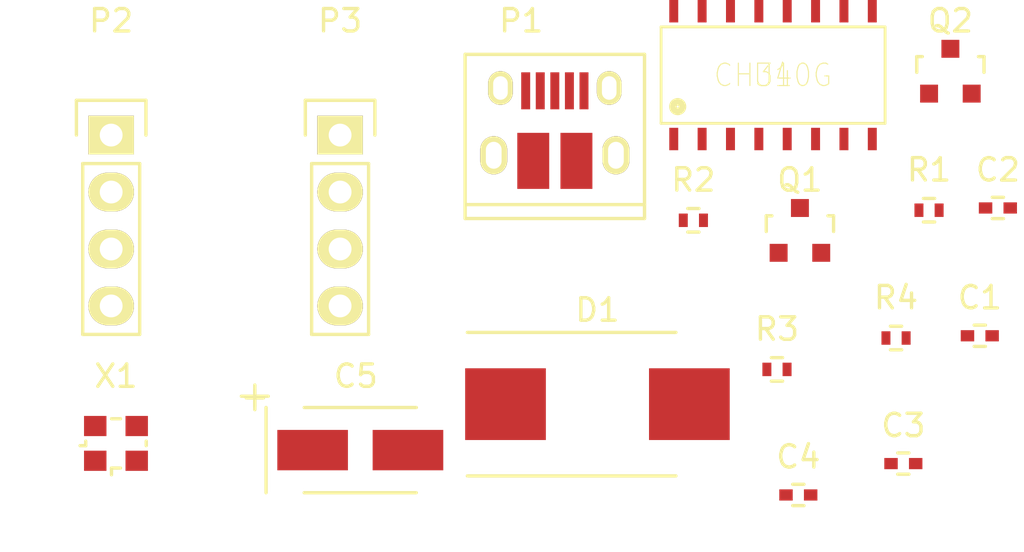
<source format=kicad_pcb>
(kicad_pcb (version 4) (host pcbnew 4.0.1-stable)

  (general
    (links 41)
    (no_connects 41)
    (area 0 0 0 0)
    (thickness 1.6)
    (drawings 0)
    (tracks 0)
    (zones 0)
    (modules 17)
    (nets 25)
  )

  (page A4)
  (layers
    (0 F.Cu signal)
    (31 B.Cu signal)
    (32 B.Adhes user)
    (33 F.Adhes user)
    (34 B.Paste user)
    (35 F.Paste user)
    (36 B.SilkS user)
    (37 F.SilkS user)
    (38 B.Mask user)
    (39 F.Mask user)
    (40 Dwgs.User user)
    (41 Cmts.User user)
    (42 Eco1.User user)
    (43 Eco2.User user)
    (44 Edge.Cuts user)
    (45 Margin user)
    (46 B.CrtYd user)
    (47 F.CrtYd user)
    (48 B.Fab user)
    (49 F.Fab user)
  )

  (setup
    (last_trace_width 0.25)
    (trace_clearance 0.2)
    (zone_clearance 0.508)
    (zone_45_only no)
    (trace_min 0.2)
    (segment_width 0.2)
    (edge_width 0.15)
    (via_size 0.6)
    (via_drill 0.4)
    (via_min_size 0.4)
    (via_min_drill 0.3)
    (uvia_size 0.3)
    (uvia_drill 0.1)
    (uvias_allowed no)
    (uvia_min_size 0.2)
    (uvia_min_drill 0.1)
    (pcb_text_width 0.3)
    (pcb_text_size 1.5 1.5)
    (mod_edge_width 0.15)
    (mod_text_size 1 1)
    (mod_text_width 0.15)
    (pad_size 1.524 1.524)
    (pad_drill 0.762)
    (pad_to_mask_clearance 0.2)
    (aux_axis_origin 0 0)
    (visible_elements FFFFFF7F)
    (pcbplotparams
      (layerselection 0x00030_80000001)
      (usegerberextensions false)
      (excludeedgelayer true)
      (linewidth 0.100000)
      (plotframeref false)
      (viasonmask false)
      (mode 1)
      (useauxorigin false)
      (hpglpennumber 1)
      (hpglpenspeed 20)
      (hpglpendiameter 15)
      (hpglpenoverlay 2)
      (psnegative false)
      (psa4output false)
      (plotreference true)
      (plotvalue true)
      (plotinvisibletext false)
      (padsonsilk false)
      (subtractmaskfromsilk false)
      (outputformat 1)
      (mirror false)
      (drillshape 0)
      (scaleselection 1)
      (outputdirectory ""))
  )

  (net 0 "")
  (net 1 "Net-(C1-Pad1)")
  (net 2 Earth)
  (net 3 "Net-(C2-Pad1)")
  (net 4 "Net-(C3-Pad1)")
  (net 5 +5V)
  (net 6 +5P)
  (net 7 D_NEG)
  (net 8 D_POS)
  (net 9 "Net-(P1-Pad4)")
  (net 10 TX)
  (net 11 RX)
  (net 12 RTS)
  (net 13 "Net-(Q1-Pad2)")
  (net 14 nRST)
  (net 15 DTR)
  (net 16 "Net-(Q2-Pad2)")
  (net 17 GPIO0)
  (net 18 "Net-(R1-Pad1)")
  (net 19 "Net-(R2-Pad1)")
  (net 20 "Net-(U1-Pad15)")
  (net 21 "Net-(U1-Pad12)")
  (net 22 "Net-(U1-Pad11)")
  (net 23 "Net-(U1-Pad10)")
  (net 24 "Net-(U1-Pad9)")

  (net_class Default "This is the default net class."
    (clearance 0.2)
    (trace_width 0.25)
    (via_dia 0.6)
    (via_drill 0.4)
    (uvia_dia 0.3)
    (uvia_drill 0.1)
    (add_net +5P)
    (add_net +5V)
    (add_net DTR)
    (add_net D_NEG)
    (add_net D_POS)
    (add_net Earth)
    (add_net GPIO0)
    (add_net "Net-(C1-Pad1)")
    (add_net "Net-(C2-Pad1)")
    (add_net "Net-(C3-Pad1)")
    (add_net "Net-(P1-Pad4)")
    (add_net "Net-(Q1-Pad2)")
    (add_net "Net-(Q2-Pad2)")
    (add_net "Net-(R1-Pad1)")
    (add_net "Net-(R2-Pad1)")
    (add_net "Net-(U1-Pad10)")
    (add_net "Net-(U1-Pad11)")
    (add_net "Net-(U1-Pad12)")
    (add_net "Net-(U1-Pad15)")
    (add_net "Net-(U1-Pad9)")
    (add_net RTS)
    (add_net RX)
    (add_net TX)
    (add_net nRST)
  )

  (module Capacitors_SMD:C_0402 (layer F.Cu) (tedit 5415D599) (tstamp 56EEE7CA)
    (at 208.440333 117.029)
    (descr "Capacitor SMD 0402, reflow soldering, AVX (see smccp.pdf)")
    (tags "capacitor 0402")
    (path /56EED55C)
    (attr smd)
    (fp_text reference C1 (at 0 -1.7) (layer F.SilkS)
      (effects (font (size 1 1) (thickness 0.15)))
    )
    (fp_text value 22pF (at 0 1.7) (layer F.Fab)
      (effects (font (size 1 1) (thickness 0.15)))
    )
    (fp_line (start -1.15 -0.6) (end 1.15 -0.6) (layer F.CrtYd) (width 0.05))
    (fp_line (start -1.15 0.6) (end 1.15 0.6) (layer F.CrtYd) (width 0.05))
    (fp_line (start -1.15 -0.6) (end -1.15 0.6) (layer F.CrtYd) (width 0.05))
    (fp_line (start 1.15 -0.6) (end 1.15 0.6) (layer F.CrtYd) (width 0.05))
    (fp_line (start 0.25 -0.475) (end -0.25 -0.475) (layer F.SilkS) (width 0.15))
    (fp_line (start -0.25 0.475) (end 0.25 0.475) (layer F.SilkS) (width 0.15))
    (pad 1 smd rect (at -0.55 0) (size 0.6 0.5) (layers F.Cu F.Paste F.Mask)
      (net 1 "Net-(C1-Pad1)"))
    (pad 2 smd rect (at 0.55 0) (size 0.6 0.5) (layers F.Cu F.Paste F.Mask)
      (net 2 Earth))
    (model Capacitors_SMD.3dshapes/C_0402.wrl
      (at (xyz 0 0 0))
      (scale (xyz 1 1 1))
      (rotate (xyz 0 0 0))
    )
  )

  (module Capacitors_SMD:C_0402 (layer F.Cu) (tedit 5415D599) (tstamp 56EEE7D0)
    (at 209.247001 111.329)
    (descr "Capacitor SMD 0402, reflow soldering, AVX (see smccp.pdf)")
    (tags "capacitor 0402")
    (path /56EEDAD8)
    (attr smd)
    (fp_text reference C2 (at 0 -1.7) (layer F.SilkS)
      (effects (font (size 1 1) (thickness 0.15)))
    )
    (fp_text value C (at 0 1.7) (layer F.Fab)
      (effects (font (size 1 1) (thickness 0.15)))
    )
    (fp_line (start -1.15 -0.6) (end 1.15 -0.6) (layer F.CrtYd) (width 0.05))
    (fp_line (start -1.15 0.6) (end 1.15 0.6) (layer F.CrtYd) (width 0.05))
    (fp_line (start -1.15 -0.6) (end -1.15 0.6) (layer F.CrtYd) (width 0.05))
    (fp_line (start 1.15 -0.6) (end 1.15 0.6) (layer F.CrtYd) (width 0.05))
    (fp_line (start 0.25 -0.475) (end -0.25 -0.475) (layer F.SilkS) (width 0.15))
    (fp_line (start -0.25 0.475) (end 0.25 0.475) (layer F.SilkS) (width 0.15))
    (pad 1 smd rect (at -0.55 0) (size 0.6 0.5) (layers F.Cu F.Paste F.Mask)
      (net 3 "Net-(C2-Pad1)"))
    (pad 2 smd rect (at 0.55 0) (size 0.6 0.5) (layers F.Cu F.Paste F.Mask)
      (net 2 Earth))
    (model Capacitors_SMD.3dshapes/C_0402.wrl
      (at (xyz 0 0 0))
      (scale (xyz 1 1 1))
      (rotate (xyz 0 0 0))
    )
  )

  (module Capacitors_SMD:C_0402 (layer F.Cu) (tedit 5415D599) (tstamp 56EEE7D6)
    (at 205.030333 122.729)
    (descr "Capacitor SMD 0402, reflow soldering, AVX (see smccp.pdf)")
    (tags "capacitor 0402")
    (path /56EED594)
    (attr smd)
    (fp_text reference C3 (at 0 -1.7) (layer F.SilkS)
      (effects (font (size 1 1) (thickness 0.15)))
    )
    (fp_text value 22pF (at 0 1.7) (layer F.Fab)
      (effects (font (size 1 1) (thickness 0.15)))
    )
    (fp_line (start -1.15 -0.6) (end 1.15 -0.6) (layer F.CrtYd) (width 0.05))
    (fp_line (start -1.15 0.6) (end 1.15 0.6) (layer F.CrtYd) (width 0.05))
    (fp_line (start -1.15 -0.6) (end -1.15 0.6) (layer F.CrtYd) (width 0.05))
    (fp_line (start 1.15 -0.6) (end 1.15 0.6) (layer F.CrtYd) (width 0.05))
    (fp_line (start 0.25 -0.475) (end -0.25 -0.475) (layer F.SilkS) (width 0.15))
    (fp_line (start -0.25 0.475) (end 0.25 0.475) (layer F.SilkS) (width 0.15))
    (pad 1 smd rect (at -0.55 0) (size 0.6 0.5) (layers F.Cu F.Paste F.Mask)
      (net 4 "Net-(C3-Pad1)"))
    (pad 2 smd rect (at 0.55 0) (size 0.6 0.5) (layers F.Cu F.Paste F.Mask)
      (net 2 Earth))
    (model Capacitors_SMD.3dshapes/C_0402.wrl
      (at (xyz 0 0 0))
      (scale (xyz 1 1 1))
      (rotate (xyz 0 0 0))
    )
  )

  (module Capacitors_SMD:C_0402 (layer F.Cu) (tedit 5415D599) (tstamp 56EEE7DC)
    (at 200.346524 124.129)
    (descr "Capacitor SMD 0402, reflow soldering, AVX (see smccp.pdf)")
    (tags "capacitor 0402")
    (path /56EED906)
    (attr smd)
    (fp_text reference C4 (at 0 -1.7) (layer F.SilkS)
      (effects (font (size 1 1) (thickness 0.15)))
    )
    (fp_text value 100nF (at 0 1.7) (layer F.Fab)
      (effects (font (size 1 1) (thickness 0.15)))
    )
    (fp_line (start -1.15 -0.6) (end 1.15 -0.6) (layer F.CrtYd) (width 0.05))
    (fp_line (start -1.15 0.6) (end 1.15 0.6) (layer F.CrtYd) (width 0.05))
    (fp_line (start -1.15 -0.6) (end -1.15 0.6) (layer F.CrtYd) (width 0.05))
    (fp_line (start 1.15 -0.6) (end 1.15 0.6) (layer F.CrtYd) (width 0.05))
    (fp_line (start 0.25 -0.475) (end -0.25 -0.475) (layer F.SilkS) (width 0.15))
    (fp_line (start -0.25 0.475) (end 0.25 0.475) (layer F.SilkS) (width 0.15))
    (pad 1 smd rect (at -0.55 0) (size 0.6 0.5) (layers F.Cu F.Paste F.Mask)
      (net 5 +5V))
    (pad 2 smd rect (at 0.55 0) (size 0.6 0.5) (layers F.Cu F.Paste F.Mask)
      (net 2 Earth))
    (model Capacitors_SMD.3dshapes/C_0402.wrl
      (at (xyz 0 0 0))
      (scale (xyz 1 1 1))
      (rotate (xyz 0 0 0))
    )
  )

  (module Capacitors_Tantalum_SMD:TantalC_SizeB_EIA-3528_HandSoldering (layer F.Cu) (tedit 0) (tstamp 56EEE7E2)
    (at 180.810521 122.12846)
    (descr "Tantal Cap. , Size B, EIA-3528, Hand Soldering,")
    (tags "Tantal Cap. , Size B, EIA-3528, Hand Soldering,")
    (path /56EED9B0)
    (attr smd)
    (fp_text reference C5 (at -0.20066 -3.29946) (layer F.SilkS)
      (effects (font (size 1 1) (thickness 0.15)))
    )
    (fp_text value 10uF (at -0.09906 3.59918) (layer F.Fab)
      (effects (font (size 1 1) (thickness 0.15)))
    )
    (fp_text user + (at -4.70154 -2.4003) (layer F.SilkS)
      (effects (font (size 1 1) (thickness 0.15)))
    )
    (fp_line (start -4.20116 -1.89992) (end -4.20116 1.89992) (layer F.SilkS) (width 0.15))
    (fp_line (start 2.49936 -1.89992) (end -2.49936 -1.89992) (layer F.SilkS) (width 0.15))
    (fp_line (start 2.49682 1.89992) (end -2.5019 1.89992) (layer F.SilkS) (width 0.15))
    (fp_line (start -4.70408 -2.90322) (end -4.70408 -1.8034) (layer F.SilkS) (width 0.15))
    (fp_line (start -5.30352 -2.40284) (end -4.10464 -2.40284) (layer F.SilkS) (width 0.15))
    (pad 2 smd rect (at 2.12598 0) (size 3.1496 1.80086) (layers F.Cu F.Paste F.Mask)
      (net 2 Earth))
    (pad 1 smd rect (at -2.12598 0) (size 3.1496 1.80086) (layers F.Cu F.Paste F.Mask)
      (net 5 +5V))
    (model Capacitors_Tantalum_SMD.3dshapes/TantalC_SizeB_EIA-3528_HandSoldering.wrl
      (at (xyz 0 0 0))
      (scale (xyz 1 1 1))
      (rotate (xyz 0 0 180))
    )
  )

  (module Diodes_SMD:DO-214AB_Handsoldering (layer F.Cu) (tedit 55429DAE) (tstamp 56EEE7E8)
    (at 191.387001 120.079)
    (descr "Jedec DO-214AB diode package. Designed according to Fairchild SS32 datasheet.")
    (tags "DO-214AB diode Handsoldering")
    (path /56EEF7A8)
    (attr smd)
    (fp_text reference D1 (at 0 -4.2) (layer F.SilkS)
      (effects (font (size 1 1) (thickness 0.15)))
    )
    (fp_text value D_Schottky (at 0 4.6) (layer F.Fab)
      (effects (font (size 1 1) (thickness 0.15)))
    )
    (fp_line (start -6.15 -3.45) (end 6.15 -3.45) (layer F.CrtYd) (width 0.05))
    (fp_line (start 6.15 -3.45) (end 6.15 3.45) (layer F.CrtYd) (width 0.05))
    (fp_line (start 6.15 3.45) (end -6.15 3.45) (layer F.CrtYd) (width 0.05))
    (fp_line (start -6.15 3.45) (end -6.15 -3.45) (layer F.CrtYd) (width 0.05))
    (fp_line (start 3.5 3.2) (end -5.8 3.2) (layer F.SilkS) (width 0.15))
    (fp_line (start -5.8 -3.2) (end 3.5 -3.2) (layer F.SilkS) (width 0.15))
    (pad 2 smd rect (at 4.1 0) (size 3.6 3.2) (layers F.Cu F.Paste F.Mask)
      (net 6 +5P))
    (pad 1 smd rect (at -4.1 0) (size 3.6 3.2) (layers F.Cu F.Paste F.Mask)
      (net 5 +5V))
    (model Diodes_SMD.3dshapes/DO-214AB_Handsoldering.wrl
      (at (xyz 0 0 0))
      (scale (xyz 0.39 0.39 0.39))
      (rotate (xyz 0 0 180))
    )
  )

  (module Connect:USB_Micro-B_10103594-0001LF (layer F.Cu) (tedit 560290CC) (tstamp 56EEE7F7)
    (at 189.487001 107.604)
    (descr "Micro USB Type B 10103594-0001LF")
    (tags "USB USB_B USB_micro USB_OTG")
    (path /56EED27C)
    (attr smd)
    (fp_text reference P1 (at -1.5 -4.625) (layer F.SilkS)
      (effects (font (size 1 1) (thickness 0.15)))
    )
    (fp_text value USB_OTG (at 0 6.175) (layer F.Fab)
      (effects (font (size 1 1) (thickness 0.15)))
    )
    (fp_line (start -4.25 -3.4) (end 4.25 -3.4) (layer F.CrtYd) (width 0.05))
    (fp_line (start 4.25 -3.4) (end 4.25 4.45) (layer F.CrtYd) (width 0.05))
    (fp_line (start 4.25 4.45) (end -4.25 4.45) (layer F.CrtYd) (width 0.05))
    (fp_line (start -4.25 4.45) (end -4.25 -3.4) (layer F.CrtYd) (width 0.05))
    (fp_line (start -4 4.195) (end 4 4.195) (layer F.SilkS) (width 0.15))
    (fp_line (start -4 -3.125) (end 4 -3.125) (layer F.SilkS) (width 0.15))
    (fp_line (start 4 -3.125) (end 4 4.195) (layer F.SilkS) (width 0.15))
    (fp_line (start 4 3.575) (end -4 3.575) (layer F.SilkS) (width 0.15))
    (fp_line (start -4 4.195) (end -4 -3.125) (layer F.SilkS) (width 0.15))
    (pad 1 smd rect (at -1.3 -1.5 90) (size 1.65 0.4) (layers F.Cu F.Paste F.Mask)
      (net 6 +5P))
    (pad 2 smd rect (at -0.65 -1.5 90) (size 1.65 0.4) (layers F.Cu F.Paste F.Mask)
      (net 7 D_NEG))
    (pad 3 smd rect (at -0.0009 -1.5 90) (size 1.65 0.4) (layers F.Cu F.Paste F.Mask)
      (net 8 D_POS))
    (pad 4 smd rect (at 0.65 -1.5 90) (size 1.65 0.4) (layers F.Cu F.Paste F.Mask)
      (net 9 "Net-(P1-Pad4)"))
    (pad 5 smd rect (at 1.3 -1.5 90) (size 1.65 0.4) (layers F.Cu F.Paste F.Mask)
      (net 2 Earth))
    (pad 6 thru_hole oval (at -2.425 -1.625 90) (size 1.5 1.1) (drill oval 1.05 0.65) (layers *.Cu *.Mask F.SilkS)
      (net 2 Earth))
    (pad 6 thru_hole oval (at 2.425 -1.625 90) (size 1.5 1.1) (drill oval 1.05 0.65) (layers *.Cu *.Mask F.SilkS)
      (net 2 Earth))
    (pad 6 thru_hole oval (at -2.725 1.375 90) (size 1.7 1.2) (drill oval 1.2 0.7) (layers *.Cu *.Mask F.SilkS)
      (net 2 Earth))
    (pad 6 thru_hole oval (at 2.725 1.375 90) (size 1.7 1.2) (drill oval 1.2 0.7) (layers *.Cu *.Mask F.SilkS)
      (net 2 Earth))
    (pad 6 smd rect (at -0.9625 1.625 90) (size 2.5 1.425) (layers F.Cu F.Paste F.Mask)
      (net 2 Earth))
    (pad 6 smd rect (at 0.9625 1.625 90) (size 2.5 1.425) (layers F.Cu F.Paste F.Mask)
      (net 2 Earth))
  )

  (module Pin_Headers:Pin_Header_Straight_1x04 (layer F.Cu) (tedit 0) (tstamp 56EEE7FF)
    (at 169.700333 108.079)
    (descr "Through hole pin header")
    (tags "pin header")
    (path /56EF185C)
    (fp_text reference P2 (at 0 -5.1) (layer F.SilkS)
      (effects (font (size 1 1) (thickness 0.15)))
    )
    (fp_text value CONN_01X04 (at 0 -3.1) (layer F.Fab)
      (effects (font (size 1 1) (thickness 0.15)))
    )
    (fp_line (start -1.75 -1.75) (end -1.75 9.4) (layer F.CrtYd) (width 0.05))
    (fp_line (start 1.75 -1.75) (end 1.75 9.4) (layer F.CrtYd) (width 0.05))
    (fp_line (start -1.75 -1.75) (end 1.75 -1.75) (layer F.CrtYd) (width 0.05))
    (fp_line (start -1.75 9.4) (end 1.75 9.4) (layer F.CrtYd) (width 0.05))
    (fp_line (start -1.27 1.27) (end -1.27 8.89) (layer F.SilkS) (width 0.15))
    (fp_line (start 1.27 1.27) (end 1.27 8.89) (layer F.SilkS) (width 0.15))
    (fp_line (start 1.55 -1.55) (end 1.55 0) (layer F.SilkS) (width 0.15))
    (fp_line (start -1.27 8.89) (end 1.27 8.89) (layer F.SilkS) (width 0.15))
    (fp_line (start 1.27 1.27) (end -1.27 1.27) (layer F.SilkS) (width 0.15))
    (fp_line (start -1.55 0) (end -1.55 -1.55) (layer F.SilkS) (width 0.15))
    (fp_line (start -1.55 -1.55) (end 1.55 -1.55) (layer F.SilkS) (width 0.15))
    (pad 1 thru_hole rect (at 0 0) (size 2.032 1.7272) (drill 1.016) (layers *.Cu *.Mask F.SilkS)
      (net 5 +5V))
    (pad 2 thru_hole oval (at 0 2.54) (size 2.032 1.7272) (drill 1.016) (layers *.Cu *.Mask F.SilkS)
      (net 10 TX))
    (pad 3 thru_hole oval (at 0 5.08) (size 2.032 1.7272) (drill 1.016) (layers *.Cu *.Mask F.SilkS)
      (net 11 RX))
    (pad 4 thru_hole oval (at 0 7.62) (size 2.032 1.7272) (drill 1.016) (layers *.Cu *.Mask F.SilkS)
      (net 2 Earth))
    (model Pin_Headers.3dshapes/Pin_Header_Straight_1x04.wrl
      (at (xyz 0 -0.15 0))
      (scale (xyz 1 1 1))
      (rotate (xyz 0 0 90))
    )
  )

  (module Pin_Headers:Pin_Header_Straight_1x04 (layer F.Cu) (tedit 0) (tstamp 56EEE807)
    (at 179.910333 108.079)
    (descr "Through hole pin header")
    (tags "pin header")
    (path /56EF1951)
    (fp_text reference P3 (at 0 -5.1) (layer F.SilkS)
      (effects (font (size 1 1) (thickness 0.15)))
    )
    (fp_text value CONN_01X04 (at 0 -3.1) (layer F.Fab)
      (effects (font (size 1 1) (thickness 0.15)))
    )
    (fp_line (start -1.75 -1.75) (end -1.75 9.4) (layer F.CrtYd) (width 0.05))
    (fp_line (start 1.75 -1.75) (end 1.75 9.4) (layer F.CrtYd) (width 0.05))
    (fp_line (start -1.75 -1.75) (end 1.75 -1.75) (layer F.CrtYd) (width 0.05))
    (fp_line (start -1.75 9.4) (end 1.75 9.4) (layer F.CrtYd) (width 0.05))
    (fp_line (start -1.27 1.27) (end -1.27 8.89) (layer F.SilkS) (width 0.15))
    (fp_line (start 1.27 1.27) (end 1.27 8.89) (layer F.SilkS) (width 0.15))
    (fp_line (start 1.55 -1.55) (end 1.55 0) (layer F.SilkS) (width 0.15))
    (fp_line (start -1.27 8.89) (end 1.27 8.89) (layer F.SilkS) (width 0.15))
    (fp_line (start 1.27 1.27) (end -1.27 1.27) (layer F.SilkS) (width 0.15))
    (fp_line (start -1.55 0) (end -1.55 -1.55) (layer F.SilkS) (width 0.15))
    (fp_line (start -1.55 -1.55) (end 1.55 -1.55) (layer F.SilkS) (width 0.15))
    (pad 1 thru_hole rect (at 0 0) (size 2.032 1.7272) (drill 1.016) (layers *.Cu *.Mask F.SilkS)
      (net 2 Earth))
    (pad 2 thru_hole oval (at 0 2.54) (size 2.032 1.7272) (drill 1.016) (layers *.Cu *.Mask F.SilkS)
      (net 2 Earth))
    (pad 3 thru_hole oval (at 0 5.08) (size 2.032 1.7272) (drill 1.016) (layers *.Cu *.Mask F.SilkS)
      (net 2 Earth))
    (pad 4 thru_hole oval (at 0 7.62) (size 2.032 1.7272) (drill 1.016) (layers *.Cu *.Mask F.SilkS)
      (net 2 Earth))
    (model Pin_Headers.3dshapes/Pin_Header_Straight_1x04.wrl
      (at (xyz 0 -0.15 0))
      (scale (xyz 1 1 1))
      (rotate (xyz 0 0 90))
    )
  )

  (module TO_SOT_Packages_SMD:SOT-23 (layer F.Cu) (tedit 553634F8) (tstamp 56EEE80E)
    (at 200.417952 112.329)
    (descr "SOT-23, Standard")
    (tags SOT-23)
    (path /56EED1EA)
    (attr smd)
    (fp_text reference Q1 (at 0 -2.25) (layer F.SilkS)
      (effects (font (size 1 1) (thickness 0.15)))
    )
    (fp_text value S8050 (at 0 2.3) (layer F.Fab)
      (effects (font (size 1 1) (thickness 0.15)))
    )
    (fp_line (start -1.65 -1.6) (end 1.65 -1.6) (layer F.CrtYd) (width 0.05))
    (fp_line (start 1.65 -1.6) (end 1.65 1.6) (layer F.CrtYd) (width 0.05))
    (fp_line (start 1.65 1.6) (end -1.65 1.6) (layer F.CrtYd) (width 0.05))
    (fp_line (start -1.65 1.6) (end -1.65 -1.6) (layer F.CrtYd) (width 0.05))
    (fp_line (start 1.29916 -0.65024) (end 1.2509 -0.65024) (layer F.SilkS) (width 0.15))
    (fp_line (start -1.49982 0.0508) (end -1.49982 -0.65024) (layer F.SilkS) (width 0.15))
    (fp_line (start -1.49982 -0.65024) (end -1.2509 -0.65024) (layer F.SilkS) (width 0.15))
    (fp_line (start 1.29916 -0.65024) (end 1.49982 -0.65024) (layer F.SilkS) (width 0.15))
    (fp_line (start 1.49982 -0.65024) (end 1.49982 0.0508) (layer F.SilkS) (width 0.15))
    (pad 1 smd rect (at -0.95 1.00076) (size 0.8001 0.8001) (layers F.Cu F.Paste F.Mask)
      (net 12 RTS))
    (pad 2 smd rect (at 0.95 1.00076) (size 0.8001 0.8001) (layers F.Cu F.Paste F.Mask)
      (net 13 "Net-(Q1-Pad2)"))
    (pad 3 smd rect (at 0 -0.99822) (size 0.8001 0.8001) (layers F.Cu F.Paste F.Mask)
      (net 14 nRST))
    (model TO_SOT_Packages_SMD.3dshapes/SOT-23.wrl
      (at (xyz 0 0 0))
      (scale (xyz 1 1 1))
      (rotate (xyz 0 0 0))
    )
  )

  (module TO_SOT_Packages_SMD:SOT-23 (layer F.Cu) (tedit 553634F8) (tstamp 56EEE815)
    (at 207.127952 105.229)
    (descr "SOT-23, Standard")
    (tags SOT-23)
    (path /56EED0E6)
    (attr smd)
    (fp_text reference Q2 (at 0 -2.25) (layer F.SilkS)
      (effects (font (size 1 1) (thickness 0.15)))
    )
    (fp_text value S8050 (at 0 2.3) (layer F.Fab)
      (effects (font (size 1 1) (thickness 0.15)))
    )
    (fp_line (start -1.65 -1.6) (end 1.65 -1.6) (layer F.CrtYd) (width 0.05))
    (fp_line (start 1.65 -1.6) (end 1.65 1.6) (layer F.CrtYd) (width 0.05))
    (fp_line (start 1.65 1.6) (end -1.65 1.6) (layer F.CrtYd) (width 0.05))
    (fp_line (start -1.65 1.6) (end -1.65 -1.6) (layer F.CrtYd) (width 0.05))
    (fp_line (start 1.29916 -0.65024) (end 1.2509 -0.65024) (layer F.SilkS) (width 0.15))
    (fp_line (start -1.49982 0.0508) (end -1.49982 -0.65024) (layer F.SilkS) (width 0.15))
    (fp_line (start -1.49982 -0.65024) (end -1.2509 -0.65024) (layer F.SilkS) (width 0.15))
    (fp_line (start 1.29916 -0.65024) (end 1.49982 -0.65024) (layer F.SilkS) (width 0.15))
    (fp_line (start 1.49982 -0.65024) (end 1.49982 0.0508) (layer F.SilkS) (width 0.15))
    (pad 1 smd rect (at -0.95 1.00076) (size 0.8001 0.8001) (layers F.Cu F.Paste F.Mask)
      (net 15 DTR))
    (pad 2 smd rect (at 0.95 1.00076) (size 0.8001 0.8001) (layers F.Cu F.Paste F.Mask)
      (net 16 "Net-(Q2-Pad2)"))
    (pad 3 smd rect (at 0 -0.99822) (size 0.8001 0.8001) (layers F.Cu F.Paste F.Mask)
      (net 17 GPIO0))
    (model TO_SOT_Packages_SMD.3dshapes/SOT-23.wrl
      (at (xyz 0 0 0))
      (scale (xyz 1 1 1))
      (rotate (xyz 0 0 0))
    )
  )

  (module Resistors_SMD:R_0402 (layer F.Cu) (tedit 5415CBB8) (tstamp 56EEE81B)
    (at 206.175571 111.429)
    (descr "Resistor SMD 0402, reflow soldering, Vishay (see dcrcw.pdf)")
    (tags "resistor 0402")
    (path /56EEDA3C)
    (attr smd)
    (fp_text reference R1 (at 0 -1.8) (layer F.SilkS)
      (effects (font (size 1 1) (thickness 0.15)))
    )
    (fp_text value 470 (at 0 1.8) (layer F.Fab)
      (effects (font (size 1 1) (thickness 0.15)))
    )
    (fp_line (start -0.95 -0.65) (end 0.95 -0.65) (layer F.CrtYd) (width 0.05))
    (fp_line (start -0.95 0.65) (end 0.95 0.65) (layer F.CrtYd) (width 0.05))
    (fp_line (start -0.95 -0.65) (end -0.95 0.65) (layer F.CrtYd) (width 0.05))
    (fp_line (start 0.95 -0.65) (end 0.95 0.65) (layer F.CrtYd) (width 0.05))
    (fp_line (start 0.25 -0.525) (end -0.25 -0.525) (layer F.SilkS) (width 0.15))
    (fp_line (start -0.25 0.525) (end 0.25 0.525) (layer F.SilkS) (width 0.15))
    (pad 1 smd rect (at -0.45 0) (size 0.4 0.6) (layers F.Cu F.Paste F.Mask)
      (net 18 "Net-(R1-Pad1)"))
    (pad 2 smd rect (at 0.45 0) (size 0.4 0.6) (layers F.Cu F.Paste F.Mask)
      (net 10 TX))
    (model Resistors_SMD.3dshapes/R_0402.wrl
      (at (xyz 0 0 0))
      (scale (xyz 1 1 1))
      (rotate (xyz 0 0 0))
    )
  )

  (module Resistors_SMD:R_0402 (layer F.Cu) (tedit 5415CBB8) (tstamp 56EEE821)
    (at 195.665571 111.879)
    (descr "Resistor SMD 0402, reflow soldering, Vishay (see dcrcw.pdf)")
    (tags "resistor 0402")
    (path /56EEDA7E)
    (attr smd)
    (fp_text reference R2 (at 0 -1.8) (layer F.SilkS)
      (effects (font (size 1 1) (thickness 0.15)))
    )
    (fp_text value 470 (at 0 1.8) (layer F.Fab)
      (effects (font (size 1 1) (thickness 0.15)))
    )
    (fp_line (start -0.95 -0.65) (end 0.95 -0.65) (layer F.CrtYd) (width 0.05))
    (fp_line (start -0.95 0.65) (end 0.95 0.65) (layer F.CrtYd) (width 0.05))
    (fp_line (start -0.95 -0.65) (end -0.95 0.65) (layer F.CrtYd) (width 0.05))
    (fp_line (start 0.95 -0.65) (end 0.95 0.65) (layer F.CrtYd) (width 0.05))
    (fp_line (start 0.25 -0.525) (end -0.25 -0.525) (layer F.SilkS) (width 0.15))
    (fp_line (start -0.25 0.525) (end 0.25 0.525) (layer F.SilkS) (width 0.15))
    (pad 1 smd rect (at -0.45 0) (size 0.4 0.6) (layers F.Cu F.Paste F.Mask)
      (net 19 "Net-(R2-Pad1)"))
    (pad 2 smd rect (at 0.45 0) (size 0.4 0.6) (layers F.Cu F.Paste F.Mask)
      (net 11 RX))
    (model Resistors_SMD.3dshapes/R_0402.wrl
      (at (xyz 0 0 0))
      (scale (xyz 1 1 1))
      (rotate (xyz 0 0 0))
    )
  )

  (module Resistors_SMD:R_0402 (layer F.Cu) (tedit 5415CBB8) (tstamp 56EEE827)
    (at 199.394143 118.529)
    (descr "Resistor SMD 0402, reflow soldering, Vishay (see dcrcw.pdf)")
    (tags "resistor 0402")
    (path /56EED7B0)
    (attr smd)
    (fp_text reference R3 (at 0 -1.8) (layer F.SilkS)
      (effects (font (size 1 1) (thickness 0.15)))
    )
    (fp_text value 12k (at 0 1.8) (layer F.Fab)
      (effects (font (size 1 1) (thickness 0.15)))
    )
    (fp_line (start -0.95 -0.65) (end 0.95 -0.65) (layer F.CrtYd) (width 0.05))
    (fp_line (start -0.95 0.65) (end 0.95 0.65) (layer F.CrtYd) (width 0.05))
    (fp_line (start -0.95 -0.65) (end -0.95 0.65) (layer F.CrtYd) (width 0.05))
    (fp_line (start 0.95 -0.65) (end 0.95 0.65) (layer F.CrtYd) (width 0.05))
    (fp_line (start 0.25 -0.525) (end -0.25 -0.525) (layer F.SilkS) (width 0.15))
    (fp_line (start -0.25 0.525) (end 0.25 0.525) (layer F.SilkS) (width 0.15))
    (pad 1 smd rect (at -0.45 0) (size 0.4 0.6) (layers F.Cu F.Paste F.Mask)
      (net 15 DTR))
    (pad 2 smd rect (at 0.45 0) (size 0.4 0.6) (layers F.Cu F.Paste F.Mask)
      (net 13 "Net-(Q1-Pad2)"))
    (model Resistors_SMD.3dshapes/R_0402.wrl
      (at (xyz 0 0 0))
      (scale (xyz 1 1 1))
      (rotate (xyz 0 0 0))
    )
  )

  (module Resistors_SMD:R_0402 (layer F.Cu) (tedit 5415CBB8) (tstamp 56EEE82D)
    (at 204.704143 117.129)
    (descr "Resistor SMD 0402, reflow soldering, Vishay (see dcrcw.pdf)")
    (tags "resistor 0402")
    (path /56EED733)
    (attr smd)
    (fp_text reference R4 (at 0 -1.8) (layer F.SilkS)
      (effects (font (size 1 1) (thickness 0.15)))
    )
    (fp_text value 12k (at 0 1.8) (layer F.Fab)
      (effects (font (size 1 1) (thickness 0.15)))
    )
    (fp_line (start -0.95 -0.65) (end 0.95 -0.65) (layer F.CrtYd) (width 0.05))
    (fp_line (start -0.95 0.65) (end 0.95 0.65) (layer F.CrtYd) (width 0.05))
    (fp_line (start -0.95 -0.65) (end -0.95 0.65) (layer F.CrtYd) (width 0.05))
    (fp_line (start 0.95 -0.65) (end 0.95 0.65) (layer F.CrtYd) (width 0.05))
    (fp_line (start 0.25 -0.525) (end -0.25 -0.525) (layer F.SilkS) (width 0.15))
    (fp_line (start -0.25 0.525) (end 0.25 0.525) (layer F.SilkS) (width 0.15))
    (pad 1 smd rect (at -0.45 0) (size 0.4 0.6) (layers F.Cu F.Paste F.Mask)
      (net 12 RTS))
    (pad 2 smd rect (at 0.45 0) (size 0.4 0.6) (layers F.Cu F.Paste F.Mask)
      (net 16 "Net-(Q2-Pad2)"))
    (model Resistors_SMD.3dshapes/R_0402.wrl
      (at (xyz 0 0 0))
      (scale (xyz 1 1 1))
      (rotate (xyz 0 0 0))
    )
  )

  (module CH340G:SOP-16 (layer F.Cu) (tedit 0) (tstamp 56EEE841)
    (at 199.215501 105.409)
    (path /56EECED9)
    (solder_mask_margin 0.1)
    (attr smd)
    (fp_text reference U1 (at 0 0) (layer F.SilkS)
      (effects (font (size 1 0.9) (thickness 0.05)))
    )
    (fp_text value CH340G (at 0 0) (layer F.SilkS)
      (effects (font (size 1 0.9) (thickness 0.05)))
    )
    (fp_line (start -4.99 2.145) (end 5 2.145) (layer F.SilkS) (width 0.127))
    (fp_line (start 5 2.145) (end 5 -2.155) (layer F.SilkS) (width 0.127))
    (fp_line (start 5 -2.155) (end -4.99 -2.155) (layer F.SilkS) (width 0.127))
    (fp_line (start -4.99 -2.155) (end -4.99 2.145) (layer F.SilkS) (width 0.127))
    (fp_circle (center -4.25 1.4) (end -4.2 1.4) (layer F.SilkS) (width 0.127))
    (fp_circle (center -4.25 1.4) (end -4.1382 1.4) (layer F.SilkS) (width 0.127))
    (fp_circle (center -4.25 1.4) (end -4.03787 1.4) (layer F.SilkS) (width 0.127))
    (fp_circle (center -4.25 1.4) (end -3.92985 1.4) (layer F.SilkS) (width 0.127))
    (pad 1 smd rect (at -4.425 2.845 180) (size 0.4 1) (layers F.Cu F.Paste F.Mask)
      (net 2 Earth) (solder_mask_margin 0.2))
    (pad 2 smd rect (at -3.16 2.845 180) (size 0.4 1) (layers F.Cu F.Paste F.Mask)
      (net 18 "Net-(R1-Pad1)") (solder_mask_margin 0.2))
    (pad 3 smd rect (at -1.895 2.845 180) (size 0.4 1) (layers F.Cu F.Paste F.Mask)
      (net 19 "Net-(R2-Pad1)") (solder_mask_margin 0.2))
    (pad 4 smd rect (at -0.63 2.845 180) (size 0.4 1) (layers F.Cu F.Paste F.Mask)
      (net 3 "Net-(C2-Pad1)") (solder_mask_margin 0.2))
    (pad 5 smd rect (at 0.635 2.845 180) (size 0.4 1) (layers F.Cu F.Paste F.Mask)
      (net 8 D_POS) (solder_mask_margin 0.2))
    (pad 6 smd rect (at 1.9 2.845 180) (size 0.4 1) (layers F.Cu F.Paste F.Mask)
      (net 7 D_NEG) (solder_mask_margin 0.2))
    (pad 7 smd rect (at 3.165 2.845 180) (size 0.4 1) (layers F.Cu F.Paste F.Mask)
      (net 1 "Net-(C1-Pad1)") (solder_mask_margin 0.2))
    (pad 8 smd rect (at 4.43 2.845 180) (size 0.4 1) (layers F.Cu F.Paste F.Mask)
      (net 4 "Net-(C3-Pad1)") (solder_mask_margin 0.2))
    (pad 16 smd rect (at -4.425 -2.855 180) (size 0.4 1) (layers F.Cu F.Paste F.Mask)
      (net 5 +5V) (solder_mask_margin 0.2))
    (pad 15 smd rect (at -3.16 -2.855 180) (size 0.4 1) (layers F.Cu F.Paste F.Mask)
      (net 20 "Net-(U1-Pad15)") (solder_mask_margin 0.2))
    (pad 14 smd rect (at -1.895 -2.855 180) (size 0.4 1) (layers F.Cu F.Paste F.Mask)
      (net 12 RTS) (solder_mask_margin 0.2))
    (pad 13 smd rect (at -0.63 -2.855 180) (size 0.4 1) (layers F.Cu F.Paste F.Mask)
      (net 15 DTR) (solder_mask_margin 0.2))
    (pad 12 smd rect (at 0.635 -2.855 180) (size 0.4 1) (layers F.Cu F.Paste F.Mask)
      (net 21 "Net-(U1-Pad12)") (solder_mask_margin 0.2))
    (pad 11 smd rect (at 1.9 -2.855 180) (size 0.4 1) (layers F.Cu F.Paste F.Mask)
      (net 22 "Net-(U1-Pad11)") (solder_mask_margin 0.2))
    (pad 10 smd rect (at 3.165 -2.855 180) (size 0.4 1) (layers F.Cu F.Paste F.Mask)
      (net 23 "Net-(U1-Pad10)") (solder_mask_margin 0.2))
    (pad 9 smd rect (at 4.43 -2.855 180) (size 0.4 1) (layers F.Cu F.Paste F.Mask)
      (net 24 "Net-(U1-Pad9)") (solder_mask_margin 0.2))
  )

  (module Crystals:Crystal_SMD_2520_4Pads (layer F.Cu) (tedit 56EB1FD0) (tstamp 56EEE849)
    (at 169.914619 121.829)
    (descr "Ceramic SMD crystal, 2.5x2.0mm, 4 Pads, http://www.txccrystal.com/images/pdf/8z-accuracy.pdf")
    (tags "crystal oscillator quartz SMD SMT 5032")
    (path /56EEF31F)
    (attr smd)
    (fp_text reference X1 (at 0 -3) (layer F.SilkS)
      (effects (font (size 1 1) (thickness 0.15)))
    )
    (fp_text value CRYSTAL_SMD (at 0 2.5) (layer F.Fab)
      (effects (font (size 1 1) (thickness 0.15)))
    )
    (fp_line (start 1.25 1) (end 1.25 -1) (layer F.Fab) (width 0.15))
    (fp_line (start -1.25 1) (end 1.25 1) (layer F.Fab) (width 0.15))
    (fp_line (start -1.25 -1) (end -1.25 1) (layer F.Fab) (width 0.15))
    (fp_line (start 1.25 -1) (end -1.25 -1) (layer F.Fab) (width 0.15))
    (fp_line (start -1.35 0.1) (end -1.6 0.1) (layer F.SilkS) (width 0.15))
    (fp_line (start -0.2 1.1) (end -0.2 1.4) (layer F.SilkS) (width 0.15))
    (fp_line (start 1.9 1.7) (end 1.9 -1.7) (layer F.CrtYd) (width 0.05))
    (fp_line (start -1.9 1.7) (end 1.9 1.7) (layer F.CrtYd) (width 0.05))
    (fp_line (start -1.9 -1.7) (end -1.9 1.7) (layer F.CrtYd) (width 0.05))
    (fp_line (start 1.9 -1.7) (end -1.9 -1.7) (layer F.CrtYd) (width 0.05))
    (fp_line (start 0.2 1.1) (end -0.2 1.1) (layer F.SilkS) (width 0.15))
    (fp_line (start -0.2 -1.1) (end 0.2 -1.1) (layer F.SilkS) (width 0.15))
    (fp_line (start 1.35 0.1) (end 1.35 -0.1) (layer F.SilkS) (width 0.15))
    (fp_line (start -1.35 0.1) (end -1.35 -0.1) (layer F.SilkS) (width 0.15))
    (pad 1 smd rect (at -0.925 0.775) (size 1 0.9) (layers F.Cu F.Paste F.Mask)
      (net 1 "Net-(C1-Pad1)"))
    (pad 3 smd rect (at 0.925 0.775) (size 1 0.9) (layers F.Cu F.Paste F.Mask)
      (net 2 Earth))
    (pad 2 smd rect (at 0.925 -0.775) (size 1 0.9) (layers F.Cu F.Paste F.Mask)
      (net 4 "Net-(C3-Pad1)"))
    (pad 3 smd rect (at -0.925 -0.775) (size 1 0.9) (layers F.Cu F.Paste F.Mask)
      (net 2 Earth))
    (model Crystals.3dshapes/Crystal_SMD_2520_4Pads.wrl
      (at (xyz 0 0 0))
      (scale (xyz 1 1 1))
      (rotate (xyz 0 0 0))
    )
  )

)

</source>
